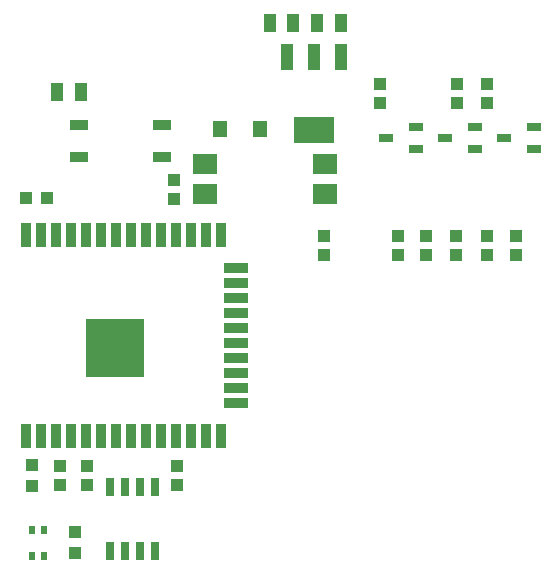
<source format=gtp>
G04 Layer: TopPasteMaskLayer*
G04 EasyEDA v6.5.15, 2022-09-18 23:53:43*
G04 d3691748ad514627a52f7aef6c0eae22,d4513426d2154aa39f2c2607306ca696,10*
G04 Gerber Generator version 0.2*
G04 Scale: 100 percent, Rotated: No, Reflected: No *
G04 Dimensions in millimeters *
G04 leading zeros omitted , absolute positions ,4 integer and 5 decimal *
%FSLAX45Y45*%
%MOMM*%

%AMMACRO1*21,1,$1,$2,0,0,$3*%
%ADD10R,0.5000X0.8000*%
%ADD11R,1.1000X1.0000*%
%ADD12R,0.6500X1.5500*%
%ADD13R,1.0000X1.5500*%
%ADD14R,1.2000X1.4000*%
%ADD15R,0.9000X2.0000*%
%ADD16R,2.0000X0.9000*%
%ADD17MACRO1,2X0.9X0.0000*%
%ADD18MACRO1,2X0.9X90.0000*%
%ADD19R,5.0000X5.0000*%
%ADD20R,1.0000X1.1000*%
%ADD21R,1.5000X0.9000*%
%ADD22R,3.5000X2.2000*%
%ADD23R,1.1000X2.2000*%
%ADD24R,1.2500X0.7000*%
%ADD25R,2.0000X1.8000*%

%LPD*%
D10*
G01*
X799998Y-4624984D03*
G01*
X899998Y-4624984D03*
G01*
X799998Y-4837506D03*
G01*
X899998Y-4837506D03*
D11*
G01*
X2024964Y-4242307D03*
G01*
X2024964Y-4082313D03*
D12*
G01*
X1840484Y-4253001D03*
G01*
X1713484Y-4253001D03*
G01*
X1586484Y-4253001D03*
G01*
X1459484Y-4253001D03*
G01*
X1459484Y-4797018D03*
G01*
X1586484Y-4797018D03*
G01*
X1713484Y-4797018D03*
G01*
X1840484Y-4797018D03*
D11*
G01*
X1262430Y-4082262D03*
G01*
X1262430Y-4242282D03*
G01*
X799947Y-4072280D03*
G01*
X799947Y-4252290D03*
G01*
X1037437Y-4082262D03*
G01*
X1037437Y-4242282D03*
G01*
X1162430Y-4634763D03*
G01*
X1162430Y-4814773D03*
G01*
X1999894Y-1657400D03*
G01*
X1999894Y-1817395D03*
G01*
X3274822Y-2292400D03*
G01*
X3274822Y-2132380D03*
G01*
X4899736Y-2132380D03*
G01*
X4899736Y-2292375D03*
G01*
X4649749Y-2132380D03*
G01*
X4649749Y-2292375D03*
G01*
X4387265Y-2132380D03*
G01*
X4387265Y-2292375D03*
G01*
X4137279Y-2132380D03*
G01*
X4137279Y-2292375D03*
G01*
X3899788Y-2132380D03*
G01*
X3899788Y-2292375D03*
G01*
X3749802Y-1004951D03*
G01*
X3749802Y-844956D03*
G01*
X4399762Y-1004951D03*
G01*
X4399762Y-844956D03*
G01*
X4649749Y-1004951D03*
G01*
X4649749Y-844956D03*
D13*
G01*
X3012338Y-324993D03*
G01*
X2812338Y-324993D03*
G01*
X3212338Y-324993D03*
G01*
X3412337Y-324993D03*
D14*
G01*
X2392375Y-1224940D03*
G01*
X2732354Y-1224940D03*
D15*
G01*
X750925Y-3824833D03*
G01*
X877925Y-3824833D03*
G01*
X1004925Y-3824833D03*
G01*
X1131925Y-3824833D03*
G01*
X1258925Y-3824833D03*
G01*
X1385925Y-3824833D03*
G01*
X1512925Y-3824833D03*
G01*
X1639925Y-3824833D03*
G01*
X1766925Y-3824833D03*
G01*
X1893925Y-3824833D03*
G01*
X2020925Y-3824833D03*
G01*
X2147925Y-3824833D03*
G01*
X2274925Y-3824833D03*
G01*
X2401925Y-3824833D03*
D16*
G01*
X2523921Y-3546347D03*
G01*
X2523921Y-3419347D03*
G01*
X2523921Y-3292347D03*
G01*
X2523921Y-3165347D03*
G01*
X2523921Y-3038347D03*
D17*
G01*
X2523904Y-2911342D03*
G01*
X2523904Y-2784342D03*
G01*
X2523904Y-2657342D03*
G01*
X2523904Y-2530342D03*
G01*
X2523904Y-2403342D03*
D18*
G01*
X2401912Y-2124852D03*
G01*
X2274912Y-2124852D03*
G01*
X2147912Y-2124852D03*
G01*
X2020912Y-2124852D03*
G01*
X1893912Y-2124852D03*
G01*
X1766912Y-2124852D03*
G01*
X1639912Y-2124852D03*
G01*
X1512912Y-2124852D03*
G01*
X1385912Y-2124852D03*
G01*
X1258912Y-2124852D03*
G01*
X1131912Y-2124852D03*
G01*
X1004912Y-2124852D03*
G01*
X877912Y-2124852D03*
G01*
X750912Y-2124852D03*
D19*
G01*
X1505204Y-3076549D03*
D20*
G01*
X927506Y-1812493D03*
G01*
X747496Y-1812493D03*
D21*
G01*
X1199997Y-1189989D03*
G01*
X1199997Y-1459992D03*
G01*
X1899996Y-1459992D03*
G01*
X1899996Y-1189989D03*
D22*
G01*
X3187344Y-1234820D03*
D23*
G01*
X2957322Y-615061D03*
G01*
X3187344Y-615061D03*
G01*
X3417341Y-615061D03*
D24*
G01*
X4800041Y-1299997D03*
G01*
X5049977Y-1205001D03*
G01*
X5049977Y-1394993D03*
G01*
X4300042Y-1299997D03*
G01*
X4549978Y-1205001D03*
G01*
X4549978Y-1394993D03*
G01*
X3800043Y-1299997D03*
G01*
X4049979Y-1205001D03*
G01*
X4049979Y-1394993D03*
D13*
G01*
X1212443Y-912444D03*
G01*
X1012444Y-912444D03*
D25*
G01*
X2264943Y-1522933D03*
G01*
X2264943Y-1776933D03*
G01*
X3284956Y-1776933D03*
G01*
X3284956Y-1522933D03*
M02*

</source>
